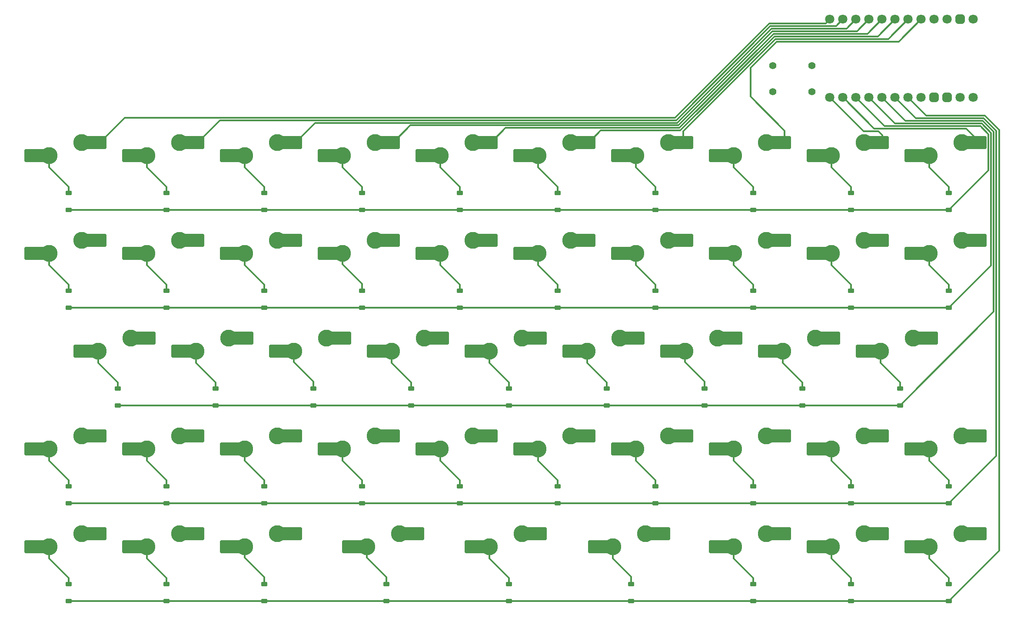
<source format=gbr>
%TF.GenerationSoftware,KiCad,Pcbnew,8.0.6*%
%TF.CreationDate,2024-12-01T20:43:42-07:00*%
%TF.ProjectId,newk-tabesque48,6e65776b-2d74-4616-9265-737175653438,rev?*%
%TF.SameCoordinates,Original*%
%TF.FileFunction,Copper,L2,Bot*%
%TF.FilePolarity,Positive*%
%FSLAX46Y46*%
G04 Gerber Fmt 4.6, Leading zero omitted, Abs format (unit mm)*
G04 Created by KiCad (PCBNEW 8.0.6) date 2024-12-01 20:43:42*
%MOMM*%
%LPD*%
G01*
G04 APERTURE LIST*
G04 Aperture macros list*
%AMRoundRect*
0 Rectangle with rounded corners*
0 $1 Rounding radius*
0 $2 $3 $4 $5 $6 $7 $8 $9 X,Y pos of 4 corners*
0 Add a 4 corners polygon primitive as box body*
4,1,4,$2,$3,$4,$5,$6,$7,$8,$9,$2,$3,0*
0 Add four circle primitives for the rounded corners*
1,1,$1+$1,$2,$3*
1,1,$1+$1,$4,$5*
1,1,$1+$1,$6,$7*
1,1,$1+$1,$8,$9*
0 Add four rect primitives between the rounded corners*
20,1,$1+$1,$2,$3,$4,$5,0*
20,1,$1+$1,$4,$5,$6,$7,0*
20,1,$1+$1,$6,$7,$8,$9,0*
20,1,$1+$1,$8,$9,$2,$3,0*%
G04 Aperture macros list end*
%TA.AperFunction,ComponentPad*%
%ADD10C,1.397000*%
%TD*%
%TA.AperFunction,ComponentPad*%
%ADD11C,1.800000*%
%TD*%
%TA.AperFunction,ComponentPad*%
%ADD12RoundRect,0.450000X-0.450000X0.450000X-0.450000X-0.450000X0.450000X-0.450000X0.450000X0.450000X0*%
%TD*%
%TA.AperFunction,ComponentPad*%
%ADD13C,3.300000*%
%TD*%
%TA.AperFunction,SMDPad,CuDef*%
%ADD14R,1.650000X2.500000*%
%TD*%
%TA.AperFunction,SMDPad,CuDef*%
%ADD15RoundRect,0.250000X1.025000X1.000000X-1.025000X1.000000X-1.025000X-1.000000X1.025000X-1.000000X0*%
%TD*%
%TA.AperFunction,SMDPad,CuDef*%
%ADD16RoundRect,0.225000X0.375000X-0.225000X0.375000X0.225000X-0.375000X0.225000X-0.375000X-0.225000X0*%
%TD*%
%TA.AperFunction,Conductor*%
%ADD17C,0.300000*%
%TD*%
G04 APERTURE END LIST*
D10*
%TO.P,SW1,1,1*%
%TO.N,RST*%
X206629000Y-37846000D03*
X214249000Y-37846000D03*
%TO.P,SW1,2,2*%
%TO.N,GND*%
X206629000Y-42926000D03*
X214249000Y-42926000D03*
%TD*%
D11*
%TO.P,U1,1,D3-TX*%
%TO.N,unconnected-(U1-D3-TX-Pad1)*%
X245681500Y-44100750D03*
%TO.P,U1,2,D2-RX*%
%TO.N,unconnected-(U1-D2-RX-Pad2)*%
X243141500Y-44100750D03*
D12*
%TO.P,U1,3,GND*%
%TO.N,GND*%
X240601500Y-44100750D03*
%TO.P,U1,4,GND*%
X238061500Y-44100750D03*
D11*
%TO.P,U1,5,D1*%
%TO.N,/col_tmo*%
X235521500Y-44100750D03*
%TO.P,U1,6,D0*%
%TO.N,/row4*%
X232981500Y-44100750D03*
%TO.P,U1,7,D4*%
%TO.N,/row3*%
X230441500Y-44100750D03*
%TO.P,U1,8,C6*%
%TO.N,/row2*%
X227901500Y-44100750D03*
%TO.P,U1,9,D7*%
%TO.N,/row1*%
X225361500Y-44100750D03*
%TO.P,U1,10,E6*%
%TO.N,/row0*%
X222821500Y-44100750D03*
%TO.P,U1,11,B4*%
%TO.N,/col0*%
X220281500Y-44100750D03*
%TO.P,U1,12,B5*%
%TO.N,/col1*%
X217741500Y-44100750D03*
%TO.P,U1,13,B0*%
%TO.N,unconnected-(U1-B0-Pad13)*%
X245681500Y-28860750D03*
D12*
%TO.P,U1,14,GND*%
%TO.N,GND*%
X243141500Y-28860750D03*
D11*
%TO.P,U1,15,RST*%
%TO.N,RST*%
X240601500Y-28860750D03*
%TO.P,U1,16,VCC*%
%TO.N,VCC*%
X238061500Y-28860750D03*
%TO.P,U1,17,F4*%
%TO.N,/col2*%
X235521500Y-28860750D03*
%TO.P,U1,18,F5*%
%TO.N,/col3*%
X232981500Y-28860750D03*
%TO.P,U1,19,F6*%
%TO.N,/col4*%
X230441500Y-28860750D03*
%TO.P,U1,20,F7*%
%TO.N,/col5*%
X227901500Y-28860750D03*
%TO.P,U1,21,B1*%
%TO.N,/col6*%
X225361500Y-28860750D03*
%TO.P,U1,22,B3*%
%TO.N,/col7*%
X222821500Y-28860750D03*
%TO.P,U1,23,B2*%
%TO.N,/col8*%
X220281500Y-28860750D03*
%TO.P,U1,24,B6*%
%TO.N,/col9*%
X217741500Y-28860750D03*
%TD*%
D13*
%TO.P,MX33,1,1*%
%TO.N,Net-(D33-A)*%
X179959000Y-112522000D03*
D14*
X178134000Y-112522000D03*
D15*
X176409000Y-112522000D03*
%TO.P,MX33,2,2*%
%TO.N,/col3*%
X189859000Y-109982000D03*
D14*
X188109000Y-109982000D03*
D13*
X186309000Y-109982000D03*
%TD*%
%TO.P,MX31,1,1*%
%TO.N,Net-(D31-A)*%
X218059000Y-112522000D03*
D14*
X216234000Y-112522000D03*
D15*
X214509000Y-112522000D03*
%TO.P,MX31,2,2*%
%TO.N,/col1*%
X227959000Y-109982000D03*
D14*
X226209000Y-109982000D03*
D13*
X224409000Y-109982000D03*
%TD*%
%TO.P,MX44,1,1*%
%TO.N,Net-(D44-A)*%
X151384000Y-131572000D03*
D14*
X149559000Y-131572000D03*
D15*
X147834000Y-131572000D03*
%TO.P,MX44,2,2*%
%TO.N,/col4*%
X161284000Y-129032000D03*
D14*
X159534000Y-129032000D03*
D13*
X157734000Y-129032000D03*
%TD*%
%TO.P,MX4,1,1*%
%TO.N,Net-(D4-A)*%
X179959000Y-55372000D03*
D14*
X178134000Y-55372000D03*
D15*
X176409000Y-55372000D03*
%TO.P,MX4,2,2*%
%TO.N,/col3*%
X189859000Y-52832000D03*
D14*
X188109000Y-52832000D03*
D13*
X186309000Y-52832000D03*
%TD*%
%TO.P,MX12,1,1*%
%TO.N,Net-(D12-A)*%
X218059000Y-74422000D03*
D14*
X216234000Y-74422000D03*
D15*
X214509000Y-74422000D03*
%TO.P,MX12,2,2*%
%TO.N,/col1*%
X227959000Y-71882000D03*
D14*
X226209000Y-71882000D03*
D13*
X224409000Y-71882000D03*
%TD*%
%TO.P,MX37,1,1*%
%TO.N,Net-(D37-A)*%
X103759000Y-112522000D03*
D14*
X101934000Y-112522000D03*
D15*
X100209000Y-112522000D03*
%TO.P,MX37,2,2*%
%TO.N,/col7*%
X113659000Y-109982000D03*
D14*
X111909000Y-109982000D03*
D13*
X110109000Y-109982000D03*
%TD*%
%TO.P,MX20,1,1*%
%TO.N,Net-(D20-A)*%
X65659000Y-74422000D03*
D14*
X63834000Y-74422000D03*
D15*
X62109000Y-74422000D03*
%TO.P,MX20,2,2*%
%TO.N,/col9*%
X75559000Y-71882000D03*
D14*
X73809000Y-71882000D03*
D13*
X72009000Y-71882000D03*
%TD*%
%TO.P,MX39,1,1*%
%TO.N,Net-(D39-A)*%
X65659000Y-112522000D03*
D14*
X63834000Y-112522000D03*
D15*
X62109000Y-112522000D03*
%TO.P,MX39,2,2*%
%TO.N,/col9*%
X75559000Y-109982000D03*
D14*
X73809000Y-109982000D03*
D13*
X72009000Y-109982000D03*
%TD*%
%TO.P,MX3,1,1*%
%TO.N,Net-(D3-A)*%
X199009000Y-55372000D03*
D14*
X197184000Y-55372000D03*
D15*
X195459000Y-55372000D03*
%TO.P,MX3,2,2*%
%TO.N,/col2*%
X208909000Y-52832000D03*
D14*
X207159000Y-52832000D03*
D13*
X205359000Y-52832000D03*
%TD*%
%TO.P,MX13,1,1*%
%TO.N,Net-(D13-A)*%
X199009000Y-74422000D03*
D14*
X197184000Y-74422000D03*
D15*
X195459000Y-74422000D03*
%TO.P,MX13,2,2*%
%TO.N,/col2*%
X208909000Y-71882000D03*
D14*
X207159000Y-71882000D03*
D13*
X205359000Y-71882000D03*
%TD*%
D16*
%TO.P,D32,1,K*%
%TO.N,/row3*%
X202819000Y-123124500D03*
%TO.P,D32,2,A*%
%TO.N,Net-(D32-A)*%
X202819000Y-119824500D03*
%TD*%
%TO.P,D31,1,K*%
%TO.N,/row3*%
X221869000Y-123124500D03*
%TO.P,D31,2,A*%
%TO.N,Net-(D31-A)*%
X221869000Y-119824500D03*
%TD*%
D13*
%TO.P,MX2,1,1*%
%TO.N,Net-(D2-A)*%
X218059000Y-55372000D03*
D14*
X216234000Y-55372000D03*
D15*
X214509000Y-55372000D03*
%TO.P,MX2,2,2*%
%TO.N,/col1*%
X227959000Y-52832000D03*
D14*
X226209000Y-52832000D03*
D13*
X224409000Y-52832000D03*
%TD*%
%TO.P,MX7,1,1*%
%TO.N,Net-(D7-A)*%
X122809000Y-55372000D03*
D14*
X120984000Y-55372000D03*
D15*
X119259000Y-55372000D03*
%TO.P,MX7,2,2*%
%TO.N,/col6*%
X132709000Y-52832000D03*
D14*
X130959000Y-52832000D03*
D13*
X129159000Y-52832000D03*
%TD*%
D16*
%TO.P,D36,1,K*%
%TO.N,/row3*%
X126619000Y-123124500D03*
%TO.P,D36,2,A*%
%TO.N,Net-(D36-A)*%
X126619000Y-119824500D03*
%TD*%
%TO.P,D15,1,K*%
%TO.N,/row1*%
X164719000Y-85024500D03*
%TO.P,D15,2,A*%
%TO.N,Net-(D15-A)*%
X164719000Y-81724500D03*
%TD*%
D13*
%TO.P,MX1,1,1*%
%TO.N,Net-(D1-A)*%
X237109000Y-55372000D03*
D14*
X235284000Y-55372000D03*
D15*
X233559000Y-55372000D03*
%TO.P,MX1,2,2*%
%TO.N,/col0*%
X247009000Y-52832000D03*
D14*
X245259000Y-52832000D03*
D13*
X243459000Y-52832000D03*
%TD*%
%TO.P,MX19,1,1*%
%TO.N,Net-(D19-A)*%
X84709000Y-74422000D03*
D14*
X82884000Y-74422000D03*
D15*
X81159000Y-74422000D03*
%TO.P,MX19,2,2*%
%TO.N,/col8*%
X94609000Y-71882000D03*
D14*
X92859000Y-71882000D03*
D13*
X91059000Y-71882000D03*
%TD*%
D16*
%TO.P,D6,1,K*%
%TO.N,/row0*%
X145669000Y-65974500D03*
%TO.P,D6,2,A*%
%TO.N,Net-(D6-A)*%
X145669000Y-62674500D03*
%TD*%
%TO.P,D5,1,K*%
%TO.N,/row0*%
X164719000Y-65974500D03*
%TO.P,D5,2,A*%
%TO.N,Net-(D5-A)*%
X164719000Y-62674500D03*
%TD*%
D13*
%TO.P,MX40,1,1*%
%TO.N,Net-(D40-A)*%
X237109000Y-131572000D03*
D14*
X235284000Y-131572000D03*
D15*
X233559000Y-131572000D03*
%TO.P,MX40,2,2*%
%TO.N,/col0*%
X247009000Y-129032000D03*
D14*
X245259000Y-129032000D03*
D13*
X243459000Y-129032000D03*
%TD*%
%TO.P,MX36,1,1*%
%TO.N,Net-(D36-A)*%
X122809000Y-112522000D03*
D14*
X120984000Y-112522000D03*
D15*
X119259000Y-112522000D03*
%TO.P,MX36,2,2*%
%TO.N,/col6*%
X132709000Y-109982000D03*
D14*
X130959000Y-109982000D03*
D13*
X129159000Y-109982000D03*
%TD*%
%TO.P,MX46,1,1*%
%TO.N,Net-(D46-A)*%
X103759000Y-131572000D03*
D14*
X101934000Y-131572000D03*
D15*
X100209000Y-131572000D03*
%TO.P,MX46,2,2*%
%TO.N,/col6*%
X113659000Y-129032000D03*
D14*
X111909000Y-129032000D03*
D13*
X110109000Y-129032000D03*
%TD*%
D16*
%TO.P,D45,1,K*%
%TO.N,/row4*%
X131381500Y-142174500D03*
%TO.P,D45,2,A*%
%TO.N,Net-(D45-A)*%
X131381500Y-138874500D03*
%TD*%
D13*
%TO.P,MX16,1,1*%
%TO.N,Net-(D16-A)*%
X141859000Y-74422000D03*
D14*
X140034000Y-74422000D03*
D15*
X138309000Y-74422000D03*
%TO.P,MX16,2,2*%
%TO.N,/col5*%
X151759000Y-71882000D03*
D14*
X150009000Y-71882000D03*
D13*
X148209000Y-71882000D03*
%TD*%
%TO.P,MX41,1,1*%
%TO.N,Net-(D41-A)*%
X218059000Y-131572000D03*
D14*
X216234000Y-131572000D03*
D15*
X214509000Y-131572000D03*
%TO.P,MX41,2,2*%
%TO.N,/col1*%
X227959000Y-129032000D03*
D14*
X226209000Y-129032000D03*
D13*
X224409000Y-129032000D03*
%TD*%
%TO.P,MX17,1,1*%
%TO.N,Net-(D17-A)*%
X122809000Y-74422000D03*
D14*
X120984000Y-74422000D03*
D15*
X119259000Y-74422000D03*
%TO.P,MX17,2,2*%
%TO.N,/col6*%
X132709000Y-71882000D03*
D14*
X130959000Y-71882000D03*
D13*
X129159000Y-71882000D03*
%TD*%
D16*
%TO.P,D9,1,K*%
%TO.N,/row0*%
X88519000Y-65974500D03*
%TO.P,D9,2,A*%
%TO.N,Net-(D9-A)*%
X88519000Y-62674500D03*
%TD*%
D13*
%TO.P,MX9,1,1*%
%TO.N,Net-(D9-A)*%
X84709000Y-55372000D03*
D14*
X82884000Y-55372000D03*
D15*
X81159000Y-55372000D03*
%TO.P,MX9,2,2*%
%TO.N,/col8*%
X94609000Y-52832000D03*
D14*
X92859000Y-52832000D03*
D13*
X91059000Y-52832000D03*
%TD*%
%TO.P,MX25,1,1*%
%TO.N,Net-(D25-A)*%
X151384000Y-93472000D03*
D14*
X149559000Y-93472000D03*
D15*
X147834000Y-93472000D03*
%TO.P,MX25,2,2*%
%TO.N,/col4*%
X161284000Y-90932000D03*
D14*
X159534000Y-90932000D03*
D13*
X157734000Y-90932000D03*
%TD*%
D16*
%TO.P,D39,1,K*%
%TO.N,/row3*%
X69469000Y-123124500D03*
%TO.P,D39,2,A*%
%TO.N,Net-(D39-A)*%
X69469000Y-119824500D03*
%TD*%
%TO.P,D48,1,K*%
%TO.N,/row4*%
X69469000Y-142174500D03*
%TO.P,D48,2,A*%
%TO.N,Net-(D48-A)*%
X69469000Y-138874500D03*
%TD*%
D13*
%TO.P,MX10,1,1*%
%TO.N,Net-(D10-A)*%
X65659000Y-55372000D03*
D14*
X63834000Y-55372000D03*
D15*
X62109000Y-55372000D03*
%TO.P,MX10,2,2*%
%TO.N,/col9*%
X75559000Y-52832000D03*
D14*
X73809000Y-52832000D03*
D13*
X72009000Y-52832000D03*
%TD*%
D16*
%TO.P,D19,1,K*%
%TO.N,/row1*%
X88519000Y-85024500D03*
%TO.P,D19,2,A*%
%TO.N,Net-(D19-A)*%
X88519000Y-81724500D03*
%TD*%
%TO.P,D4,1,K*%
%TO.N,/row0*%
X183769000Y-65974500D03*
%TO.P,D4,2,A*%
%TO.N,Net-(D4-A)*%
X183769000Y-62674500D03*
%TD*%
D13*
%TO.P,MX5,1,1*%
%TO.N,Net-(D5-A)*%
X160909000Y-55372000D03*
D14*
X159084000Y-55372000D03*
D15*
X157359000Y-55372000D03*
%TO.P,MX5,2,2*%
%TO.N,/col4*%
X170809000Y-52832000D03*
D14*
X169059000Y-52832000D03*
D13*
X167259000Y-52832000D03*
%TD*%
%TO.P,MX23,1,1*%
%TO.N,Net-(D23-A)*%
X189484000Y-93472000D03*
D14*
X187659000Y-93472000D03*
D15*
X185934000Y-93472000D03*
%TO.P,MX23,2,2*%
%TO.N,/col2*%
X199384000Y-90932000D03*
D14*
X197634000Y-90932000D03*
D13*
X195834000Y-90932000D03*
%TD*%
D16*
%TO.P,D24,1,K*%
%TO.N,/row2*%
X174244000Y-104074500D03*
%TO.P,D24,2,A*%
%TO.N,Net-(D24-A)*%
X174244000Y-100774500D03*
%TD*%
%TO.P,D12,1,K*%
%TO.N,/row1*%
X221869000Y-85024500D03*
%TO.P,D12,2,A*%
%TO.N,Net-(D12-A)*%
X221869000Y-81724500D03*
%TD*%
%TO.P,D17,1,K*%
%TO.N,/row1*%
X126619000Y-85024500D03*
%TO.P,D17,2,A*%
%TO.N,Net-(D17-A)*%
X126619000Y-81724500D03*
%TD*%
%TO.P,D8,1,K*%
%TO.N,/row0*%
X107569000Y-65974500D03*
%TO.P,D8,2,A*%
%TO.N,Net-(D8-A)*%
X107569000Y-62674500D03*
%TD*%
D13*
%TO.P,MX24,1,1*%
%TO.N,Net-(D24-A)*%
X170434000Y-93472000D03*
D14*
X168609000Y-93472000D03*
D15*
X166884000Y-93472000D03*
%TO.P,MX24,2,2*%
%TO.N,/col3*%
X180334000Y-90932000D03*
D14*
X178584000Y-90932000D03*
D13*
X176784000Y-90932000D03*
%TD*%
%TO.P,MX27,1,1*%
%TO.N,Net-(D27-A)*%
X113284000Y-93472000D03*
D14*
X111459000Y-93472000D03*
D15*
X109734000Y-93472000D03*
%TO.P,MX27,2,2*%
%TO.N,/col6*%
X123184000Y-90932000D03*
D14*
X121434000Y-90932000D03*
D13*
X119634000Y-90932000D03*
%TD*%
D16*
%TO.P,D43,1,K*%
%TO.N,/row4*%
X179006500Y-142174500D03*
%TO.P,D43,2,A*%
%TO.N,Net-(D43-A)*%
X179006500Y-138874500D03*
%TD*%
%TO.P,D13,1,K*%
%TO.N,/row1*%
X202819000Y-85024500D03*
%TO.P,D13,2,A*%
%TO.N,Net-(D13-A)*%
X202819000Y-81724500D03*
%TD*%
%TO.P,D7,1,K*%
%TO.N,/row0*%
X126619000Y-65974500D03*
%TO.P,D7,2,A*%
%TO.N,Net-(D7-A)*%
X126619000Y-62674500D03*
%TD*%
%TO.P,D30,1,K*%
%TO.N,/row3*%
X240919000Y-123124500D03*
%TO.P,D30,2,A*%
%TO.N,Net-(D30-A)*%
X240919000Y-119824500D03*
%TD*%
%TO.P,D2,1,K*%
%TO.N,/row0*%
X221869000Y-65974500D03*
%TO.P,D2,2,A*%
%TO.N,Net-(D2-A)*%
X221869000Y-62674500D03*
%TD*%
%TO.P,D1,1,K*%
%TO.N,/row0*%
X240919000Y-65974500D03*
%TO.P,D1,2,A*%
%TO.N,Net-(D1-A)*%
X240919000Y-62674500D03*
%TD*%
D13*
%TO.P,MX47,1,1*%
%TO.N,Net-(D47-A)*%
X84709000Y-131572000D03*
D14*
X82884000Y-131572000D03*
D15*
X81159000Y-131572000D03*
%TO.P,MX47,2,2*%
%TO.N,/col7*%
X94609000Y-129032000D03*
D14*
X92859000Y-129032000D03*
D13*
X91059000Y-129032000D03*
%TD*%
D16*
%TO.P,D42,1,K*%
%TO.N,/row4*%
X202819000Y-142174500D03*
%TO.P,D42,2,A*%
%TO.N,Net-(D42-A)*%
X202819000Y-138874500D03*
%TD*%
D13*
%TO.P,MX30,1,1*%
%TO.N,Net-(D30-A)*%
X237109000Y-112522000D03*
D14*
X235284000Y-112522000D03*
D15*
X233559000Y-112522000D03*
%TO.P,MX30,2,2*%
%TO.N,/col0*%
X247009000Y-109982000D03*
D14*
X245259000Y-109982000D03*
D13*
X243459000Y-109982000D03*
%TD*%
%TO.P,MX14,1,1*%
%TO.N,Net-(D14-A)*%
X179959000Y-74422000D03*
D14*
X178134000Y-74422000D03*
D15*
X176409000Y-74422000D03*
%TO.P,MX14,2,2*%
%TO.N,/col3*%
X189859000Y-71882000D03*
D14*
X188109000Y-71882000D03*
D13*
X186309000Y-71882000D03*
%TD*%
D16*
%TO.P,D35,1,K*%
%TO.N,/row3*%
X145669000Y-123124500D03*
%TO.P,D35,2,A*%
%TO.N,Net-(D35-A)*%
X145669000Y-119824500D03*
%TD*%
D13*
%TO.P,MX11,1,1*%
%TO.N,Net-(D11-A)*%
X237109000Y-74422000D03*
D14*
X235284000Y-74422000D03*
D15*
X233559000Y-74422000D03*
%TO.P,MX11,2,2*%
%TO.N,/col0*%
X247009000Y-71882000D03*
D14*
X245259000Y-71882000D03*
D13*
X243459000Y-71882000D03*
%TD*%
%TO.P,MX22,1,1*%
%TO.N,Net-(D22-A)*%
X208534000Y-93472000D03*
D14*
X206709000Y-93472000D03*
D15*
X204984000Y-93472000D03*
%TO.P,MX22,2,2*%
%TO.N,/col1*%
X218434000Y-90932000D03*
D14*
X216684000Y-90932000D03*
D13*
X214884000Y-90932000D03*
%TD*%
D16*
%TO.P,D38,1,K*%
%TO.N,/row3*%
X88519000Y-123124500D03*
%TO.P,D38,2,A*%
%TO.N,Net-(D38-A)*%
X88519000Y-119824500D03*
%TD*%
D13*
%TO.P,MX15,1,1*%
%TO.N,Net-(D15-A)*%
X160909000Y-74422000D03*
D14*
X159084000Y-74422000D03*
D15*
X157359000Y-74422000D03*
%TO.P,MX15,2,2*%
%TO.N,/col4*%
X170809000Y-71882000D03*
D14*
X169059000Y-71882000D03*
D13*
X167259000Y-71882000D03*
%TD*%
%TO.P,MX43,1,1*%
%TO.N,Net-(D43-A)*%
X175434000Y-131572000D03*
D14*
X173609000Y-131572000D03*
D15*
X171884000Y-131572000D03*
%TO.P,MX43,2,2*%
%TO.N,/col3*%
X185334000Y-129032000D03*
D14*
X183584000Y-129032000D03*
D13*
X181784000Y-129032000D03*
%TD*%
%TO.P,MX35,1,1*%
%TO.N,Net-(D35-A)*%
X141859000Y-112522000D03*
D14*
X140034000Y-112522000D03*
D15*
X138309000Y-112522000D03*
%TO.P,MX35,2,2*%
%TO.N,/col5*%
X151759000Y-109982000D03*
D14*
X150009000Y-109982000D03*
D13*
X148209000Y-109982000D03*
%TD*%
D16*
%TO.P,D16,1,K*%
%TO.N,/row1*%
X145669000Y-85024500D03*
%TO.P,D16,2,A*%
%TO.N,Net-(D16-A)*%
X145669000Y-81724500D03*
%TD*%
%TO.P,D37,1,K*%
%TO.N,/row3*%
X107569000Y-123124500D03*
%TO.P,D37,2,A*%
%TO.N,Net-(D37-A)*%
X107569000Y-119824500D03*
%TD*%
%TO.P,D34,1,K*%
%TO.N,/row3*%
X164719000Y-123124500D03*
%TO.P,D34,2,A*%
%TO.N,Net-(D34-A)*%
X164719000Y-119824500D03*
%TD*%
%TO.P,D29,1,K*%
%TO.N,/row2*%
X78994000Y-104074500D03*
%TO.P,D29,2,A*%
%TO.N,Net-(D29-A)*%
X78994000Y-100774500D03*
%TD*%
%TO.P,D20,1,K*%
%TO.N,/row1*%
X69469000Y-85024500D03*
%TO.P,D20,2,A*%
%TO.N,Net-(D20-A)*%
X69469000Y-81724500D03*
%TD*%
D13*
%TO.P,MX29,1,1*%
%TO.N,Net-(D29-A)*%
X75184000Y-93472000D03*
D14*
X73359000Y-93472000D03*
D15*
X71634000Y-93472000D03*
%TO.P,MX29,2,2*%
%TO.N,/col8*%
X85084000Y-90932000D03*
D14*
X83334000Y-90932000D03*
D13*
X81534000Y-90932000D03*
%TD*%
D16*
%TO.P,D23,1,K*%
%TO.N,/row2*%
X193294000Y-104074500D03*
%TO.P,D23,2,A*%
%TO.N,Net-(D23-A)*%
X193294000Y-100774500D03*
%TD*%
%TO.P,D40,1,K*%
%TO.N,/row4*%
X240919000Y-142174500D03*
%TO.P,D40,2,A*%
%TO.N,Net-(D40-A)*%
X240919000Y-138874500D03*
%TD*%
D13*
%TO.P,MX34,1,1*%
%TO.N,Net-(D34-A)*%
X160909000Y-112522000D03*
D14*
X159084000Y-112522000D03*
D15*
X157359000Y-112522000D03*
%TO.P,MX34,2,2*%
%TO.N,/col4*%
X170809000Y-109982000D03*
D14*
X169059000Y-109982000D03*
D13*
X167259000Y-109982000D03*
%TD*%
D16*
%TO.P,D21,1,K*%
%TO.N,/row2*%
X231394000Y-104074500D03*
%TO.P,D21,2,A*%
%TO.N,Net-(D21-A)*%
X231394000Y-100774500D03*
%TD*%
D13*
%TO.P,MX8,1,1*%
%TO.N,Net-(D8-A)*%
X103759000Y-55372000D03*
D14*
X101934000Y-55372000D03*
D15*
X100209000Y-55372000D03*
%TO.P,MX8,2,2*%
%TO.N,/col7*%
X113659000Y-52832000D03*
D14*
X111909000Y-52832000D03*
D13*
X110109000Y-52832000D03*
%TD*%
D16*
%TO.P,D18,1,K*%
%TO.N,/row1*%
X107569000Y-85024500D03*
%TO.P,D18,2,A*%
%TO.N,Net-(D18-A)*%
X107569000Y-81724500D03*
%TD*%
%TO.P,D25,1,K*%
%TO.N,/row2*%
X155194000Y-104074500D03*
%TO.P,D25,2,A*%
%TO.N,Net-(D25-A)*%
X155194000Y-100774500D03*
%TD*%
%TO.P,D26,1,K*%
%TO.N,/row2*%
X136144000Y-104074500D03*
%TO.P,D26,2,A*%
%TO.N,Net-(D26-A)*%
X136144000Y-100774500D03*
%TD*%
D13*
%TO.P,MX26,1,1*%
%TO.N,Net-(D26-A)*%
X132334000Y-93472000D03*
D14*
X130509000Y-93472000D03*
D15*
X128784000Y-93472000D03*
%TO.P,MX26,2,2*%
%TO.N,/col5*%
X142234000Y-90932000D03*
D14*
X140484000Y-90932000D03*
D13*
X138684000Y-90932000D03*
%TD*%
D16*
%TO.P,D27,1,K*%
%TO.N,/row2*%
X117094000Y-104074500D03*
%TO.P,D27,2,A*%
%TO.N,Net-(D27-A)*%
X117094000Y-100774500D03*
%TD*%
D13*
%TO.P,MX48,1,1*%
%TO.N,Net-(D48-A)*%
X65659000Y-131572000D03*
D14*
X63834000Y-131572000D03*
D15*
X62109000Y-131572000D03*
%TO.P,MX48,2,2*%
%TO.N,/col8*%
X75559000Y-129032000D03*
D14*
X73809000Y-129032000D03*
D13*
X72009000Y-129032000D03*
%TD*%
%TO.P,MX6,1,1*%
%TO.N,Net-(D6-A)*%
X141859000Y-55372000D03*
D14*
X140034000Y-55372000D03*
D15*
X138309000Y-55372000D03*
%TO.P,MX6,2,2*%
%TO.N,/col5*%
X151759000Y-52832000D03*
D14*
X150009000Y-52832000D03*
D13*
X148209000Y-52832000D03*
%TD*%
%TO.P,MX28,1,1*%
%TO.N,Net-(D28-A)*%
X94234000Y-93472000D03*
D14*
X92409000Y-93472000D03*
D15*
X90684000Y-93472000D03*
%TO.P,MX28,2,2*%
%TO.N,/col7*%
X104134000Y-90932000D03*
D14*
X102384000Y-90932000D03*
D13*
X100584000Y-90932000D03*
%TD*%
%TO.P,MX38,1,1*%
%TO.N,Net-(D38-A)*%
X84709000Y-112522000D03*
D14*
X82884000Y-112522000D03*
D15*
X81159000Y-112522000D03*
%TO.P,MX38,2,2*%
%TO.N,/col8*%
X94609000Y-109982000D03*
D14*
X92859000Y-109982000D03*
D13*
X91059000Y-109982000D03*
%TD*%
D16*
%TO.P,D47,1,K*%
%TO.N,/row4*%
X88519000Y-142174500D03*
%TO.P,D47,2,A*%
%TO.N,Net-(D47-A)*%
X88519000Y-138874500D03*
%TD*%
%TO.P,D44,1,K*%
%TO.N,/row4*%
X155194000Y-142174500D03*
%TO.P,D44,2,A*%
%TO.N,Net-(D44-A)*%
X155194000Y-138874500D03*
%TD*%
%TO.P,D41,1,K*%
%TO.N,/row4*%
X221869000Y-142174500D03*
%TO.P,D41,2,A*%
%TO.N,Net-(D41-A)*%
X221869000Y-138874500D03*
%TD*%
%TO.P,D3,1,K*%
%TO.N,/row0*%
X202819000Y-65974500D03*
%TO.P,D3,2,A*%
%TO.N,Net-(D3-A)*%
X202819000Y-62674500D03*
%TD*%
D13*
%TO.P,MX18,1,1*%
%TO.N,Net-(D18-A)*%
X103759000Y-74422000D03*
D14*
X101934000Y-74422000D03*
D15*
X100209000Y-74422000D03*
%TO.P,MX18,2,2*%
%TO.N,/col7*%
X113659000Y-71882000D03*
D14*
X111909000Y-71882000D03*
D13*
X110109000Y-71882000D03*
%TD*%
D16*
%TO.P,D33,1,K*%
%TO.N,/row3*%
X183769000Y-123124500D03*
%TO.P,D33,2,A*%
%TO.N,Net-(D33-A)*%
X183769000Y-119824500D03*
%TD*%
%TO.P,D10,1,K*%
%TO.N,/row0*%
X69469000Y-65974500D03*
%TO.P,D10,2,A*%
%TO.N,Net-(D10-A)*%
X69469000Y-62674500D03*
%TD*%
%TO.P,D22,1,K*%
%TO.N,/row2*%
X212344000Y-104074500D03*
%TO.P,D22,2,A*%
%TO.N,Net-(D22-A)*%
X212344000Y-100774500D03*
%TD*%
D13*
%TO.P,MX45,1,1*%
%TO.N,Net-(D45-A)*%
X127571500Y-131572000D03*
D14*
X125746500Y-131572000D03*
D15*
X124021500Y-131572000D03*
%TO.P,MX45,2,2*%
%TO.N,/col5*%
X137471500Y-129032000D03*
D14*
X135721500Y-129032000D03*
D13*
X133921500Y-129032000D03*
%TD*%
D16*
%TO.P,D46,1,K*%
%TO.N,/row4*%
X107569000Y-142174500D03*
%TO.P,D46,2,A*%
%TO.N,Net-(D46-A)*%
X107569000Y-138874500D03*
%TD*%
%TO.P,D28,1,K*%
%TO.N,/row2*%
X98044000Y-104074500D03*
%TO.P,D28,2,A*%
%TO.N,Net-(D28-A)*%
X98044000Y-100774500D03*
%TD*%
D13*
%TO.P,MX32,1,1*%
%TO.N,Net-(D32-A)*%
X199009000Y-112522000D03*
D14*
X197184000Y-112522000D03*
D15*
X195459000Y-112522000D03*
%TO.P,MX32,2,2*%
%TO.N,/col2*%
X208909000Y-109982000D03*
D14*
X207159000Y-109982000D03*
D13*
X205359000Y-109982000D03*
%TD*%
%TO.P,MX21,1,1*%
%TO.N,Net-(D21-A)*%
X227584000Y-93472000D03*
D14*
X225759000Y-93472000D03*
D15*
X224034000Y-93472000D03*
%TO.P,MX21,2,2*%
%TO.N,/col0*%
X237484000Y-90932000D03*
D14*
X235734000Y-90932000D03*
D13*
X233934000Y-90932000D03*
%TD*%
D16*
%TO.P,D11,1,K*%
%TO.N,/row1*%
X240919000Y-85024500D03*
%TO.P,D11,2,A*%
%TO.N,Net-(D11-A)*%
X240919000Y-81724500D03*
%TD*%
D13*
%TO.P,MX42,1,1*%
%TO.N,Net-(D42-A)*%
X199009000Y-131572000D03*
D14*
X197184000Y-131572000D03*
D15*
X195459000Y-131572000D03*
%TO.P,MX42,2,2*%
%TO.N,/col2*%
X208909000Y-129032000D03*
D14*
X207159000Y-129032000D03*
D13*
X205359000Y-129032000D03*
%TD*%
D16*
%TO.P,D14,1,K*%
%TO.N,/row1*%
X183769000Y-85024500D03*
%TO.P,D14,2,A*%
%TO.N,Net-(D14-A)*%
X183769000Y-81724500D03*
%TD*%
D17*
%TO.N,/row0*%
X228377750Y-49657000D02*
X247064000Y-49657000D01*
X221869000Y-65974500D02*
X202819000Y-65974500D01*
X248644000Y-58249500D02*
X240919000Y-65974500D01*
X240919000Y-65974500D02*
X221869000Y-65974500D01*
X202819000Y-65974500D02*
X69469000Y-65974500D01*
X247064000Y-49657000D02*
X248644000Y-51237000D01*
X248644000Y-51237000D02*
X248644000Y-58249500D01*
X222821500Y-44100750D02*
X228377750Y-49657000D01*
%TO.N,Net-(D1-A)*%
X240919000Y-61515452D02*
X240919000Y-62674500D01*
X237109000Y-55372000D02*
X237109000Y-57705452D01*
X237109000Y-57705452D02*
X240919000Y-61515452D01*
%TO.N,Net-(D2-A)*%
X218059000Y-57705452D02*
X221869000Y-61515452D01*
X221869000Y-61515452D02*
X221869000Y-62674500D01*
X218059000Y-55372000D02*
X218059000Y-57705452D01*
%TO.N,Net-(D3-A)*%
X199009000Y-57705452D02*
X202819000Y-61515452D01*
X202819000Y-61515452D02*
X202819000Y-62674500D01*
X199009000Y-55372000D02*
X199009000Y-57705452D01*
%TO.N,Net-(D4-A)*%
X179959000Y-55372000D02*
X179959000Y-57705452D01*
X183769000Y-61515452D02*
X183769000Y-62674500D01*
X179959000Y-57705452D02*
X183769000Y-61515452D01*
%TO.N,Net-(D5-A)*%
X160909000Y-57705452D02*
X164719000Y-61515452D01*
X164719000Y-61515452D02*
X164719000Y-62674500D01*
X160909000Y-55372000D02*
X160909000Y-57705452D01*
%TO.N,Net-(D6-A)*%
X145669000Y-61515452D02*
X145669000Y-62674500D01*
X141859000Y-57705452D02*
X145669000Y-61515452D01*
X141859000Y-55372000D02*
X141859000Y-57705452D01*
%TO.N,Net-(D7-A)*%
X122809000Y-57705452D02*
X126619000Y-61515452D01*
X126619000Y-61515452D02*
X126619000Y-62674500D01*
X122809000Y-55372000D02*
X122809000Y-57705452D01*
%TO.N,Net-(D8-A)*%
X103759000Y-57705452D02*
X107569000Y-61515452D01*
X107569000Y-61515452D02*
X107569000Y-62674500D01*
X103759000Y-55372000D02*
X103759000Y-57705452D01*
%TO.N,Net-(D9-A)*%
X84709000Y-55372000D02*
X84709000Y-57705452D01*
X88519000Y-61515452D02*
X88519000Y-62674500D01*
X84709000Y-57705452D02*
X88519000Y-61515452D01*
%TO.N,Net-(D10-A)*%
X69469000Y-61515452D02*
X69469000Y-62674500D01*
X65659000Y-55372000D02*
X65659000Y-57705452D01*
X65659000Y-57705452D02*
X69469000Y-61515452D01*
%TO.N,Net-(D11-A)*%
X237109000Y-74422000D02*
X237109000Y-76755452D01*
X237109000Y-76755452D02*
X240919000Y-80565452D01*
X240919000Y-80565452D02*
X240919000Y-81724500D01*
%TO.N,/row1*%
X249144000Y-50991000D02*
X249144000Y-76799500D01*
X247310000Y-49157000D02*
X249144000Y-50991000D01*
X249144000Y-76799500D02*
X240919000Y-85024500D01*
X225361500Y-44100750D02*
X230417750Y-49157000D01*
X230417750Y-49157000D02*
X247310000Y-49157000D01*
X69469000Y-85024500D02*
X240919000Y-85024500D01*
%TO.N,Net-(D12-A)*%
X221869000Y-80565452D02*
X221869000Y-81724500D01*
X218059000Y-74422000D02*
X218059000Y-76755452D01*
X218059000Y-76755452D02*
X221869000Y-80565452D01*
%TO.N,Net-(D13-A)*%
X199009000Y-76755452D02*
X202819000Y-80565452D01*
X202819000Y-80565452D02*
X202819000Y-81724500D01*
X199009000Y-74422000D02*
X199009000Y-76755452D01*
%TO.N,Net-(D14-A)*%
X179959000Y-74422000D02*
X179959000Y-76755452D01*
X183769000Y-80565452D02*
X183769000Y-81724500D01*
X179959000Y-76755452D02*
X183769000Y-80565452D01*
%TO.N,Net-(D15-A)*%
X160909000Y-74422000D02*
X160909000Y-76755452D01*
X164719000Y-80565452D02*
X164719000Y-81724500D01*
X160909000Y-76755452D02*
X164719000Y-80565452D01*
%TO.N,Net-(D16-A)*%
X141859000Y-76755452D02*
X145669000Y-80565452D01*
X145669000Y-80565452D02*
X145669000Y-81724500D01*
X141859000Y-74422000D02*
X141859000Y-76755452D01*
%TO.N,Net-(D17-A)*%
X122809000Y-74422000D02*
X122809000Y-76537486D01*
X126619000Y-80347486D02*
X126619000Y-81724500D01*
X122809000Y-76537486D02*
X126619000Y-80347486D01*
%TO.N,Net-(D18-A)*%
X103759000Y-76755452D02*
X107569000Y-80565452D01*
X103759000Y-74422000D02*
X103759000Y-76755452D01*
X107569000Y-80565452D02*
X107569000Y-81724500D01*
%TO.N,Net-(D19-A)*%
X84709000Y-76755452D02*
X88519000Y-80565452D01*
X88519000Y-80565452D02*
X88519000Y-81724500D01*
X84709000Y-74422000D02*
X84709000Y-76755452D01*
%TO.N,Net-(D20-A)*%
X69469000Y-80565452D02*
X69469000Y-81724500D01*
X65659000Y-74422000D02*
X65659000Y-76755452D01*
X65659000Y-76755452D02*
X69469000Y-80565452D01*
%TO.N,Net-(D21-A)*%
X231394000Y-99615452D02*
X231394000Y-100774500D01*
X227584000Y-93472000D02*
X227584000Y-95805452D01*
X227584000Y-95805452D02*
X231394000Y-99615452D01*
%TO.N,/row2*%
X247517107Y-48657000D02*
X249644000Y-50783893D01*
X231394000Y-104074500D02*
X78994000Y-104074500D01*
X249644000Y-85824500D02*
X231394000Y-104074500D01*
X227901500Y-44100750D02*
X232457750Y-48657000D01*
X232457750Y-48657000D02*
X247517107Y-48657000D01*
X249644000Y-50783893D02*
X249644000Y-85824500D01*
%TO.N,Net-(D22-A)*%
X208534000Y-95805452D02*
X212344000Y-99615452D01*
X208534000Y-93472000D02*
X208534000Y-95805452D01*
X212344000Y-99615452D02*
X212344000Y-100774500D01*
%TO.N,Net-(D23-A)*%
X189484000Y-93472000D02*
X189484000Y-95587486D01*
X189484000Y-95587486D02*
X193294000Y-99397486D01*
X193294000Y-99397486D02*
X193294000Y-100774500D01*
%TO.N,Net-(D24-A)*%
X170434000Y-93472000D02*
X170434000Y-95805452D01*
X170434000Y-95805452D02*
X174244000Y-99615452D01*
X174244000Y-99615452D02*
X174244000Y-100774500D01*
%TO.N,Net-(D25-A)*%
X151384000Y-95805452D02*
X155194000Y-99615452D01*
X155194000Y-99615452D02*
X155194000Y-100774500D01*
X151384000Y-93472000D02*
X151384000Y-95805452D01*
%TO.N,Net-(D26-A)*%
X136144000Y-99615452D02*
X136144000Y-100774500D01*
X132334000Y-95805452D02*
X136144000Y-99615452D01*
X132334000Y-93472000D02*
X132334000Y-95805452D01*
%TO.N,Net-(D27-A)*%
X117094000Y-99397486D02*
X117094000Y-100774500D01*
X113284000Y-93472000D02*
X113284000Y-95587486D01*
X113284000Y-95587486D02*
X117094000Y-99397486D01*
%TO.N,Net-(D28-A)*%
X98044000Y-99615452D02*
X98044000Y-100774500D01*
X94234000Y-93472000D02*
X94234000Y-95805452D01*
X94234000Y-95805452D02*
X98044000Y-99615452D01*
%TO.N,Net-(D29-A)*%
X78994000Y-99615452D02*
X78994000Y-100774500D01*
X75184000Y-93472000D02*
X75184000Y-95805452D01*
X75184000Y-95805452D02*
X78994000Y-99615452D01*
%TO.N,Net-(D30-A)*%
X237109000Y-112522000D02*
X237109000Y-114855452D01*
X240919000Y-118665452D02*
X240919000Y-119824500D01*
X237109000Y-114855452D02*
X240919000Y-118665452D01*
%TO.N,/row3*%
X247724214Y-48157000D02*
X250144000Y-50576786D01*
X250144000Y-113899500D02*
X240919000Y-123124500D01*
X234497750Y-48157000D02*
X247724214Y-48157000D01*
X230441500Y-44100750D02*
X234497750Y-48157000D01*
X250144000Y-50576786D02*
X250144000Y-113899500D01*
X69469000Y-123124500D02*
X240919000Y-123124500D01*
%TO.N,Net-(D31-A)*%
X218059000Y-114855452D02*
X221869000Y-118665452D01*
X218059000Y-112522000D02*
X218059000Y-114855452D01*
X221869000Y-118665452D02*
X221869000Y-119824500D01*
%TO.N,Net-(D32-A)*%
X202819000Y-118665452D02*
X202819000Y-119824500D01*
X199009000Y-112522000D02*
X199009000Y-114855452D01*
X199009000Y-114855452D02*
X202819000Y-118665452D01*
%TO.N,Net-(D33-A)*%
X183769000Y-118665452D02*
X183769000Y-119824500D01*
X179959000Y-114855452D02*
X183769000Y-118665452D01*
X179959000Y-112522000D02*
X179959000Y-114855452D01*
%TO.N,Net-(D34-A)*%
X160909000Y-112522000D02*
X160909000Y-114855452D01*
X160909000Y-114855452D02*
X164719000Y-118665452D01*
X164719000Y-118665452D02*
X164719000Y-119824500D01*
%TO.N,Net-(D35-A)*%
X141859000Y-112522000D02*
X141859000Y-114855452D01*
X141859000Y-114855452D02*
X145669000Y-118665452D01*
X145669000Y-118665452D02*
X145669000Y-119824500D01*
%TO.N,Net-(D36-A)*%
X126619000Y-118665452D02*
X126619000Y-119824500D01*
X122809000Y-114855452D02*
X126619000Y-118665452D01*
X122809000Y-112522000D02*
X122809000Y-114855452D01*
%TO.N,Net-(D37-A)*%
X103759000Y-114855452D02*
X107569000Y-118665452D01*
X103759000Y-112522000D02*
X103759000Y-114855452D01*
X107569000Y-118665452D02*
X107569000Y-119824500D01*
%TO.N,Net-(D38-A)*%
X88519000Y-118665452D02*
X88519000Y-119824500D01*
X84709000Y-114855452D02*
X88519000Y-118665452D01*
X84709000Y-112522000D02*
X84709000Y-114855452D01*
%TO.N,Net-(D39-A)*%
X69469000Y-118665452D02*
X69469000Y-119824500D01*
X65659000Y-112522000D02*
X65659000Y-114855452D01*
X65659000Y-114855452D02*
X69469000Y-118665452D01*
%TO.N,/row4*%
X247931321Y-47657000D02*
X250694000Y-50419679D01*
X236537750Y-47657000D02*
X247931321Y-47657000D01*
X232981500Y-44100750D02*
X236537750Y-47657000D01*
X250694000Y-50419679D02*
X250694000Y-132399500D01*
X250694000Y-132399500D02*
X240919000Y-142174500D01*
X240919000Y-142174500D02*
X69469000Y-142174500D01*
%TO.N,Net-(D40-A)*%
X237109000Y-133905452D02*
X240919000Y-137715452D01*
X237109000Y-131572000D02*
X237109000Y-133905452D01*
X240919000Y-137715452D02*
X240919000Y-138874500D01*
%TO.N,Net-(D41-A)*%
X218059000Y-133905452D02*
X221869000Y-137715452D01*
X221869000Y-137715452D02*
X221869000Y-138874500D01*
X218059000Y-131572000D02*
X218059000Y-133905452D01*
%TO.N,Net-(D42-A)*%
X199009000Y-131572000D02*
X199009000Y-133905452D01*
X199009000Y-133905452D02*
X202819000Y-137715452D01*
X202819000Y-137715452D02*
X202819000Y-138874500D01*
%TO.N,Net-(D43-A)*%
X179006500Y-137477952D02*
X179006500Y-138874500D01*
X175434000Y-131572000D02*
X175434000Y-133905452D01*
X175434000Y-133905452D02*
X179006500Y-137477952D01*
%TO.N,Net-(D44-A)*%
X155194000Y-137715452D02*
X155194000Y-138874500D01*
X151384000Y-133905452D02*
X155194000Y-137715452D01*
X151384000Y-131572000D02*
X151384000Y-133905452D01*
%TO.N,Net-(D45-A)*%
X131381500Y-137497486D02*
X131381500Y-138874500D01*
X127571500Y-131572000D02*
X127571500Y-133687486D01*
X127571500Y-133687486D02*
X131381500Y-137497486D01*
%TO.N,Net-(D46-A)*%
X103759000Y-133687486D02*
X107569000Y-137497486D01*
X107569000Y-137497486D02*
X107569000Y-138874500D01*
X103759000Y-131572000D02*
X103759000Y-133687486D01*
%TO.N,Net-(D47-A)*%
X88519000Y-137715452D02*
X88519000Y-138874500D01*
X84709000Y-131572000D02*
X84709000Y-133905452D01*
X84709000Y-133905452D02*
X88519000Y-137715452D01*
%TO.N,Net-(D48-A)*%
X69469000Y-137715452D02*
X69469000Y-138874500D01*
X65659000Y-133905452D02*
X69469000Y-137715452D01*
X65659000Y-131572000D02*
X65659000Y-133905452D01*
%TO.N,/col0*%
X226354000Y-50157000D02*
X244334000Y-50157000D01*
X244334000Y-50157000D02*
X247009000Y-52832000D01*
X220281500Y-44100750D02*
X220297750Y-44100750D01*
X220297750Y-44100750D02*
X226354000Y-50157000D01*
%TO.N,/col1*%
X227184000Y-50657000D02*
X227959000Y-51432000D01*
X217741500Y-44100750D02*
X217741500Y-44144500D01*
X217741500Y-44100750D02*
X218447749Y-44807000D01*
X224297749Y-50657000D02*
X227184000Y-50657000D01*
X227959000Y-51432000D02*
X227959000Y-52832000D01*
X218447749Y-44807000D02*
X224297749Y-50657000D01*
%TO.N,/col2*%
X208909000Y-50552000D02*
X208909000Y-52832000D01*
X202274000Y-38286203D02*
X202274000Y-43917000D01*
X235521500Y-28860750D02*
X231195250Y-33187000D01*
X231195250Y-33187000D02*
X207373203Y-33187000D01*
X207373203Y-33187000D02*
X202274000Y-38286203D01*
X202274000Y-43917000D02*
X208909000Y-50552000D01*
%TO.N,/col3*%
X232981500Y-28860750D02*
X229155250Y-32687000D01*
X229155250Y-32687000D02*
X207166097Y-32687000D01*
X189194000Y-52167000D02*
X189859000Y-52832000D01*
X189194000Y-50659097D02*
X189194000Y-52167000D01*
X207166097Y-32687000D02*
X189194000Y-50659097D01*
%TO.N,/col4*%
X230441500Y-28860750D02*
X227115250Y-32187000D01*
X188625460Y-50520531D02*
X173120469Y-50520531D01*
X170809000Y-52832000D02*
X167259000Y-52832000D01*
X173120469Y-50520531D02*
X170809000Y-52832000D01*
X206958991Y-32187000D02*
X188625460Y-50520531D01*
X227115250Y-32187000D02*
X206958991Y-32187000D01*
%TO.N,/col5*%
X225075250Y-31687000D02*
X206751885Y-31687000D01*
X151759000Y-52832000D02*
X148209000Y-52832000D01*
X154570469Y-50020531D02*
X151759000Y-52832000D01*
X206751885Y-31687000D02*
X188418354Y-50020531D01*
X188418354Y-50020531D02*
X154570469Y-50020531D01*
X227901500Y-28860750D02*
X225075250Y-31687000D01*
%TO.N,/col6*%
X188504140Y-49227637D02*
X206544777Y-31187000D01*
X206544777Y-31187000D02*
X223035250Y-31187000D01*
X223035250Y-31187000D02*
X225361500Y-28860750D01*
X129159000Y-52832000D02*
X132709000Y-52832000D01*
X188504140Y-49227638D02*
X188504140Y-49227637D01*
X136020469Y-49520531D02*
X188211247Y-49520531D01*
X188211247Y-49520531D02*
X188504140Y-49227638D01*
X132709000Y-52832000D02*
X136020469Y-49520531D01*
%TO.N,/col7*%
X222821500Y-28860750D02*
X220995250Y-30687000D01*
X206337671Y-30687000D02*
X188004140Y-49020531D01*
X188004140Y-49020531D02*
X117470469Y-49020531D01*
X220995250Y-30687000D02*
X206337671Y-30687000D01*
X113659000Y-52832000D02*
X110109000Y-52832000D01*
X117470469Y-49020531D02*
X113659000Y-52832000D01*
%TO.N,/col8*%
X206130565Y-30187000D02*
X187797034Y-48520531D01*
X187797034Y-48520531D02*
X98920469Y-48520531D01*
X98920469Y-48520531D02*
X94609000Y-52832000D01*
X94609000Y-52832000D02*
X91059000Y-52832000D01*
X220281500Y-28860750D02*
X218955250Y-30187000D01*
X218955250Y-30187000D02*
X206130565Y-30187000D01*
%TO.N,/col9*%
X80370469Y-48020531D02*
X75559000Y-52832000D01*
X75559000Y-52832000D02*
X72009000Y-52832000D01*
X217741500Y-28860750D02*
X216915250Y-29687000D01*
X205923242Y-29687000D02*
X187589711Y-48020531D01*
X216915250Y-29687000D02*
X205923242Y-29687000D01*
X187589711Y-48020531D02*
X80370469Y-48020531D01*
%TD*%
M02*

</source>
